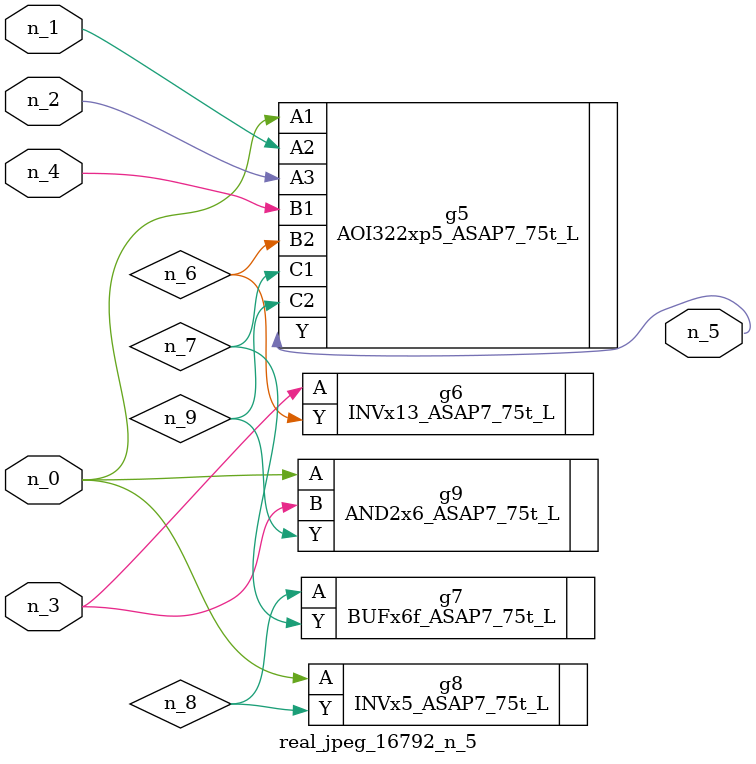
<source format=v>
module real_jpeg_16792_n_5 (n_4, n_0, n_1, n_2, n_3, n_5);

input n_4;
input n_0;
input n_1;
input n_2;
input n_3;

output n_5;

wire n_8;
wire n_6;
wire n_7;
wire n_9;

AOI322xp5_ASAP7_75t_L g5 ( 
.A1(n_0),
.A2(n_1),
.A3(n_2),
.B1(n_4),
.B2(n_6),
.C1(n_7),
.C2(n_9),
.Y(n_5)
);

INVx5_ASAP7_75t_L g8 ( 
.A(n_0),
.Y(n_8)
);

AND2x6_ASAP7_75t_L g9 ( 
.A(n_0),
.B(n_3),
.Y(n_9)
);

INVx13_ASAP7_75t_L g6 ( 
.A(n_3),
.Y(n_6)
);

BUFx6f_ASAP7_75t_L g7 ( 
.A(n_8),
.Y(n_7)
);


endmodule
</source>
